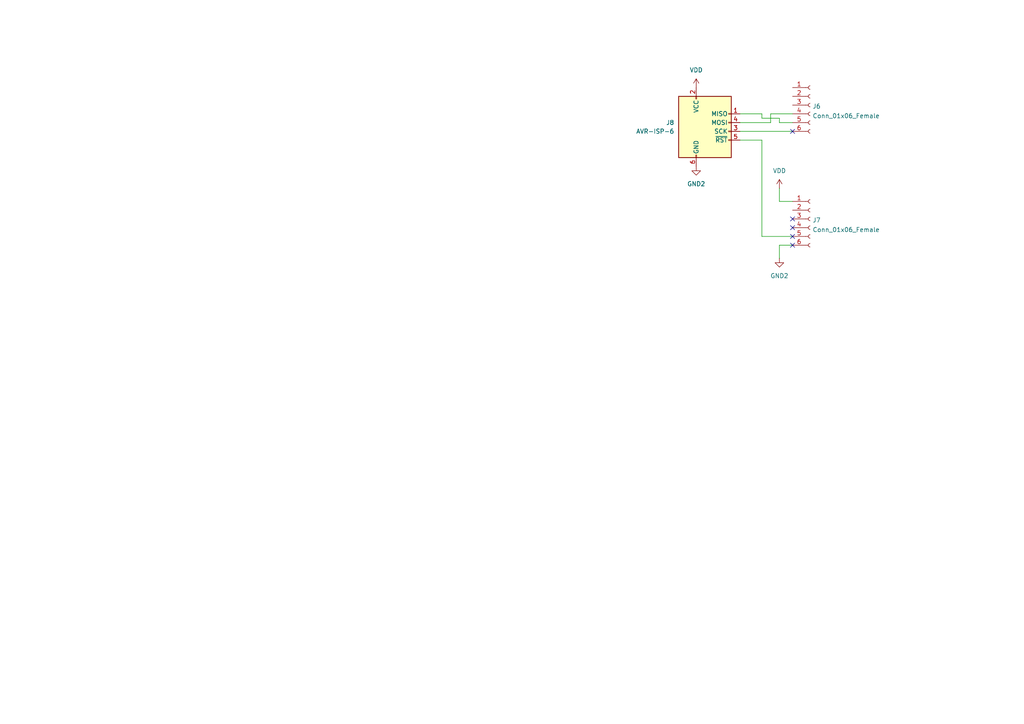
<source format=kicad_sch>
(kicad_sch (version 20231120) (generator "eeschema") (generator_version "8.0")
  (paper "A4")
  (lib_symbols
    (symbol "Connector:AVR-ISP-6" (pin_names (offset 1.016))
      (property "Reference" "J" (at -6.35 11.43 0))
      (property "Value" "AVR-ISP-6" (at 0 11.43 0))
      (symbol "AVR-ISP-6_0_1"
        (rectangle (start -2.667 -6.858) (end -2.413 -7.62))
        (rectangle (start -2.667 10.16) (end -2.413 9.398))
        (rectangle (start 7.62 -2.413) (end 6.858 -2.667))
        (rectangle (start 7.62 0.127) (end 6.858 -0.127))
        (rectangle (start 7.62 2.667) (end 6.858 2.413))
        (rectangle (start 7.62 5.207) (end 6.858 4.953))
        (rectangle (start 7.62 10.16) (end -7.62 -7.62) (stroke (width 0.254)) (fill (type background)))
      )
      (symbol "AVR-ISP-6_1_1"
        (pin passive line (at 10.16 5.08 180) (length 2.54) (name "MISO") (number "1"))
        (pin passive line (at -2.54 12.7 270) (length 2.54) (name "VCC") (number "2"))
        (pin passive line (at 10.16 0 180) (length 2.54) (name "SCK") (number "3"))
        (pin passive line (at 10.16 2.54 180) (length 2.54) (name "MOSI") (number "4"))
        (pin passive line (at 10.16 -2.54 180) (length 2.54) (name "~{RST}") (number "5"))
        (pin passive line (at -2.54 -10.16 90) (length 2.54) (name "GND") (number "6"))
      )
    )
    (symbol "Connector:Conn_01x06_Female" (pin_names (offset 1.016) hide)
      (property "Reference" "J" (at 0 7.62 0))
      (property "Value" "Conn_01x06_Female" (at 0 -10.16 0))
      (symbol "Conn_01x06_Female_1_1"
        (arc (start 0 -7.112) (mid -0.5058 -7.62) (end 0 -8.128) (stroke (width 0.1524)))
        (arc (start 0 -4.572) (mid -0.5058 -5.08) (end 0 -5.588) (stroke (width 0.1524)))
        (arc (start 0 -2.032) (mid -0.5058 -2.54) (end 0 -3.048) (stroke (width 0.1524)))
        (polyline (pts (xy -1.27 -7.62) (xy -0.508 -7.62)) (stroke (width 0.1524)))
        (polyline (pts (xy -1.27 -5.08) (xy -0.508 -5.08)) (stroke (width 0.1524)))
        (polyline (pts (xy -1.27 -2.54) (xy -0.508 -2.54)) (stroke (width 0.1524)))
        (polyline (pts (xy -1.27 0) (xy -0.508 0)) (stroke (width 0.1524)))
        (polyline (pts (xy -1.27 2.54) (xy -0.508 2.54)) (stroke (width 0.1524)))
        (polyline (pts (xy -1.27 5.08) (xy -0.508 5.08)) (stroke (width 0.1524)))
        (arc (start 0 0.508) (mid -0.5058 0) (end 0 -0.508) (stroke (width 0.1524)))
        (arc (start 0 3.048) (mid -0.5058 2.54) (end 0 2.032) (stroke (width 0.1524)))
        (arc (start 0 5.588) (mid -0.5058 5.08) (end 0 4.572) (stroke (width 0.1524)))
        (pin passive line (at -5.08 5.08 0) (length 3.81) (name "Pin_1") (number "1"))
        (pin passive line (at -5.08 2.54 0) (length 3.81) (name "Pin_2") (number "2"))
        (pin passive line (at -5.08 0 0) (length 3.81) (name "Pin_3") (number "3"))
        (pin passive line (at -5.08 -2.54 0) (length 3.81) (name "Pin_4") (number "4"))
        (pin passive line (at -5.08 -5.08 0) (length 3.81) (name "Pin_5") (number "5"))
        (pin passive line (at -5.08 -7.62 0) (length 3.81) (name "Pin_6") (number "6"))
      )
    )
    (symbol "power:GND2" (power) (pin_numbers hide) (pin_names (offset 0) hide)
      (property "Value" "GND2" (at 0 -3.81 0))
      (symbol "GND2_0_1"
        (polyline (pts (xy 0 0) (xy 0 -1.27) (xy 1.27 -1.27) (xy 0 -2.54) (xy -1.27 -1.27) (xy 0 -1.27)))
      )
      (symbol "GND2_1_1"
        (pin power_in line (at 0 0 270) (length 0) (name "~") (number "1"))
      )
    )
    (symbol "power:VDD" (power) (pin_numbers hide) (pin_names (offset 0) hide)
      (property "Value" "VDD" (at 0 3.556 0))
      (symbol "VDD_0_1"
        (polyline (pts (xy -0.762 1.27) (xy 0 2.54)))
        (polyline (pts (xy 0 0) (xy 0 2.54)))
        (polyline (pts (xy 0 2.54) (xy 0.762 1.27)))
      )
      (symbol "VDD_1_1"
        (pin power_in line (at 0 0 90) (length 0) (name "~") (number "1"))
      )
    )
  )
  (no_connect (at 229.87 68.58))
  (no_connect (at 229.87 71.12))
  (no_connect (at 229.87 66.04))
  (no_connect (at 229.87 63.5))
  (no_connect (at 229.87 38.1))
  (wire (pts (xy 220.98 40.64) (xy 220.98 68.58)))
  (wire (pts (xy 226.06 34.29) (xy 226.06 35.56)))
  (wire (pts (xy 214.63 35.56) (xy 223.52 35.56)))
  (wire (pts (xy 229.87 58.42) (xy 226.06 58.42)))
  (wire (pts (xy 214.63 33.02) (xy 220.98 33.02)))
  (wire (pts (xy 220.98 34.29) (xy 226.06 34.29)))
  (wire (pts (xy 223.52 35.56) (xy 223.52 33.02)))
  (wire (pts (xy 226.06 71.12) (xy 226.06 74.93)))
  (wire (pts (xy 220.98 33.02) (xy 220.98 34.29)))
  (wire (pts (xy 220.98 68.58) (xy 229.87 68.58)))
  (wire (pts (xy 223.52 33.02) (xy 229.87 33.02)))
  (wire (pts (xy 226.06 58.42) (xy 226.06 54.61)))
  (wire (pts (xy 214.63 40.64) (xy 220.98 40.64)))
  (wire (pts (xy 226.06 35.56) (xy 229.87 35.56)))
  (wire (pts (xy 214.63 38.1) (xy 229.87 38.1)))
  (wire (pts (xy 229.87 71.12) (xy 226.06 71.12)))
  (symbol (lib_id "power:VDD") (at 201.93 25.4 0) (unit 1)
    (property "Reference" "#PWR028" (effects (hide yes)))
    (property "Value" "VDD" (at 201.93 20.32 0))
    (property "Description" "Power symbol creates a global label with name \"VDD\"" (effects (hide yes)))
  )
  (symbol (lib_id "Connector:AVR-ISP-6") (at 204.47 38.1 0) (unit 1)
    (property "Reference" "J8" (at 195.58 35.5599 0) (effects (justify right)))
    (property "Value" "AVR-ISP-6" (at 195.58 38.0999 0) (effects (justify right)))
    (property "Footprint" "Connector_PinHeader_2.00mm:PinHeader_2x03_P2.00mm_Vertical" (effects (hide yes)))
    (property "Description" "Atmel 6-pin ISP connector" (effects (hide yes)))
  )
  (symbol (lib_id "Connector:Conn_01x06_Female") (at 234.95 30.48 0) (unit 1)
    (property "Reference" "J6" (at 235.6612 30.8415 0) (effects (justify left)))
    (property "Value" "Conn_01x06_Female" (at 235.6612 33.6166 0) (effects (justify left)))
    (property "Footprint" "Connector_PinSocket_1.27mm:PinSocket_1x06_P1.27mm_Vertical_SMD_Pin1Right" (effects (hide yes)))
  )
  (symbol (lib_id "Connector:Conn_01x06_Female") (at 234.95 63.5 0) (unit 1)
    (property "Reference" "J7" (at 235.6612 63.8615 0) (effects (justify left)))
    (property "Value" "Conn_01x06_Female" (at 235.6612 66.6366 0) (effects (justify left)))
    (property "Footprint" "Connector_PinSocket_1.27mm:PinSocket_1x06_P1.27mm_Vertical_SMD_Pin1Right" (effects (hide yes)))
  )
  (symbol (lib_id "power:GND2") (at 226.06 74.93 0) (unit 1)
    (property "Reference" "#PWR029" (effects (hide yes)))
    (property "Value" "GND2" (at 226.06 80.01 0))
    (property "Description" "Power symbol creates a global label with name \"GND2\" , ground" (effects (hide yes)))
  )
  (symbol (lib_id "power:GND2") (at 201.93 48.26 0) (unit 1)
    (property "Reference" "#PWR022" (effects (hide yes)))
    (property "Value" "GND2" (at 201.93 53.34 0))
    (property "Description" "Power symbol creates a global label with name \"GND2\" , ground" (effects (hide yes)))
  )
  (symbol (lib_id "power:VDD") (at 226.06 54.61 0) (unit 1)
    (property "Reference" "#PWR016" (effects (hide yes)))
    (property "Value" "VDD" (at 226.06 49.53 0))
    (property "Description" "Power symbol creates a global label with name \"VDD\"" (effects (hide yes)))
  )
)
</source>
